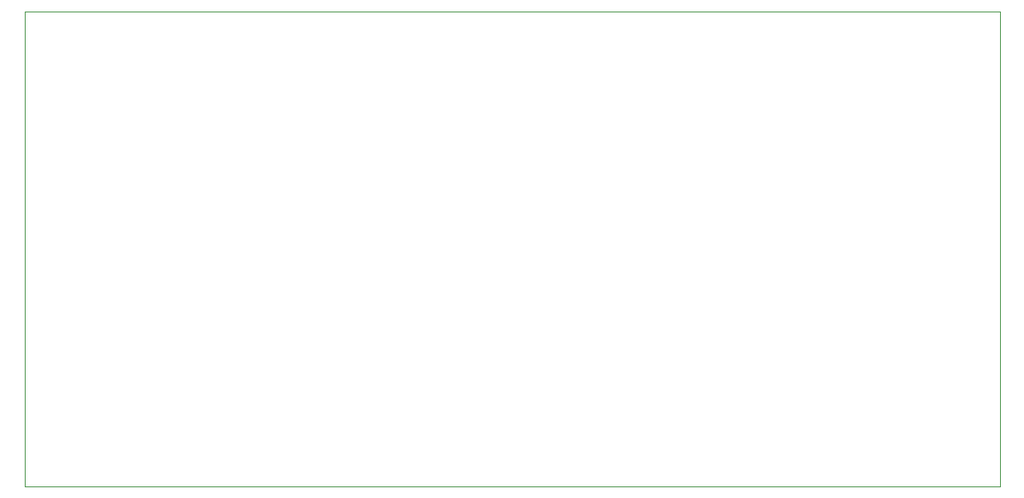
<source format=gbp>
G75*
%MOIN*%
%OFA0B0*%
%FSLAX24Y24*%
%IPPOS*%
%LPD*%
%AMOC8*
5,1,8,0,0,1.08239X$1,22.5*
%
%ADD10C,0.0000*%
D10*
X002390Y004393D02*
X002390Y023539D01*
X041730Y023539D01*
X041730Y004393D01*
X002390Y004393D01*
M02*

</source>
